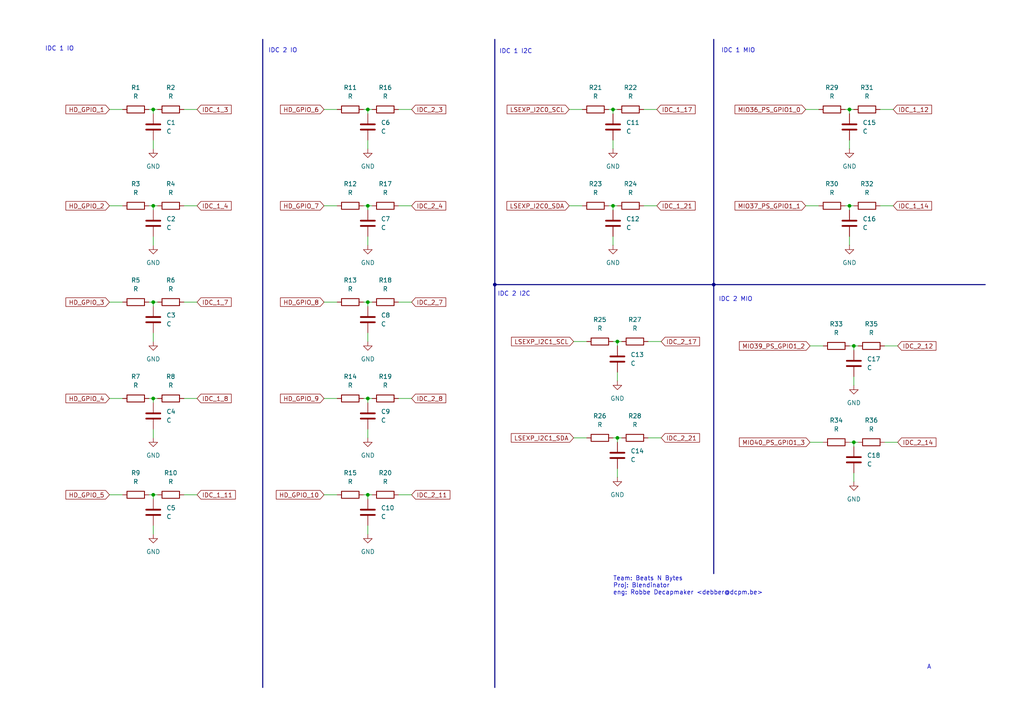
<source format=kicad_sch>
(kicad_sch (version 20231120) (generator "eeschema") (generator_version "8.0")
  (paper "A4")
  (lib_symbols
    (symbol "Device:C" (pin_numbers hide) (pin_names (offset 0.254))
      (property "Reference" "C" (at 0.635 2.54 0))
      (property "Value" "C" (at 0.635 -2.54 0))
      (symbol "C_0_1"
        (polyline (pts (xy -2.032 -0.762) (xy 2.032 -0.762)) (stroke (width 0.508)))
        (polyline (pts (xy -2.032 0.762) (xy 2.032 0.762)) (stroke (width 0.508)))
      )
      (symbol "C_1_1"
        (pin passive line (at 0 3.81 270) (length 2.794) (name "~") (number "1"))
        (pin passive line (at 0 -3.81 90) (length 2.794) (name "~") (number "2"))
      )
    )
    (symbol "Device:R" (pin_numbers hide) (pin_names (offset 0))
      (property "Reference" "R" (at 2.032 0 90))
      (property "Value" "R" (at 0 0 90))
      (symbol "R_0_1"
        (rectangle (start -1.016 -2.54) (end 1.016 2.54) (stroke (width 0.254)))
      )
      (symbol "R_1_1"
        (pin passive line (at 0 3.81 270) (length 1.27) (name "~") (number "1"))
        (pin passive line (at 0 -3.81 90) (length 1.27) (name "~") (number "2"))
      )
    )
    (symbol "power:GND" (power) (pin_numbers hide) (pin_names (offset 0) hide)
      (property "Value" "GND" (at 0 -3.81 0))
      (symbol "GND_0_1"
        (polyline (pts (xy 0 0) (xy 0 -1.27) (xy 1.27 -1.27) (xy 0 -2.54) (xy -1.27 -1.27) (xy 0 -1.27)))
      )
      (symbol "GND_1_1"
        (pin power_in line (at 0 0 270) (length 0) (name "~") (number "1"))
      )
    )
  )
  (junction (at 246.38 31.75))
  (junction (at 179.07 127))
  (junction (at 247.65 128.27))
  (junction (at 177.8 59.69))
  (junction (at 106.68 115.57))
  (junction (at 106.68 87.63))
  (junction (at 44.45 115.57))
  (junction (at 246.38 59.69))
  (junction (at 106.68 59.69))
  (junction (at 44.45 143.51))
  (junction (at 247.65 100.33))
  (junction (at 44.45 87.63))
  (junction (at 106.68 31.75))
  (junction (at 106.68 143.51))
  (junction (at 207.01 82.55))
  (junction (at 143.51 82.55))
  (junction (at 179.07 99.06))
  (junction (at 44.45 59.69))
  (junction (at 177.8 31.75))
  (junction (at 44.45 31.75))
  (wire (pts (xy 255.27 31.75) (xy 259.08 31.75)))
  (wire (pts (xy 43.18 143.51) (xy 44.45 143.51)))
  (wire (pts (xy 179.07 99.06) (xy 180.34 99.06)))
  (wire (pts (xy 179.07 135.89) (xy 179.07 138.43)))
  (wire (pts (xy 106.68 59.69) (xy 107.95 59.69)))
  (wire (pts (xy 93.98 87.63) (xy 97.79 87.63)))
  (wire (pts (xy 246.38 128.27) (xy 247.65 128.27)))
  (wire (pts (xy 177.8 68.58) (xy 177.8 71.12)))
  (wire (pts (xy 31.75 31.75) (xy 35.56 31.75)))
  (bus (pts (xy 143.51 11.43) (xy 143.51 82.55)))
  (wire (pts (xy 177.8 40.64) (xy 177.8 43.18)))
  (wire (pts (xy 31.75 115.57) (xy 35.56 115.57)))
  (wire (pts (xy 233.68 59.69) (xy 237.49 59.69)))
  (wire (pts (xy 105.41 59.69) (xy 106.68 59.69)))
  (wire (pts (xy 53.34 115.57) (xy 57.15 115.57)))
  (wire (pts (xy 234.95 100.33) (xy 238.76 100.33)))
  (wire (pts (xy 177.8 31.75) (xy 179.07 31.75)))
  (wire (pts (xy 105.41 87.63) (xy 106.68 87.63)))
  (wire (pts (xy 106.68 96.52) (xy 106.68 99.06)))
  (wire (pts (xy 44.45 31.75) (xy 44.45 33.02)))
  (wire (pts (xy 106.68 115.57) (xy 107.95 115.57)))
  (wire (pts (xy 166.37 99.06) (xy 170.18 99.06)))
  (wire (pts (xy 106.68 87.63) (xy 107.95 87.63)))
  (wire (pts (xy 234.95 128.27) (xy 238.76 128.27)))
  (wire (pts (xy 93.98 143.51) (xy 97.79 143.51)))
  (wire (pts (xy 246.38 59.69) (xy 247.65 59.69)))
  (wire (pts (xy 43.18 59.69) (xy 44.45 59.69)))
  (wire (pts (xy 247.65 100.33) (xy 248.92 100.33)))
  (wire (pts (xy 247.65 128.27) (xy 248.92 128.27)))
  (wire (pts (xy 105.41 31.75) (xy 106.68 31.75)))
  (wire (pts (xy 179.07 127) (xy 179.07 128.27)))
  (wire (pts (xy 43.18 31.75) (xy 44.45 31.75)))
  (wire (pts (xy 115.57 59.69) (xy 119.38 59.69)))
  (wire (pts (xy 93.98 115.57) (xy 97.79 115.57)))
  (wire (pts (xy 247.65 137.16) (xy 247.65 139.7)))
  (wire (pts (xy 179.07 127) (xy 180.34 127)))
  (wire (pts (xy 31.75 143.51) (xy 35.56 143.51)))
  (wire (pts (xy 233.68 31.75) (xy 237.49 31.75)))
  (wire (pts (xy 53.34 59.69) (xy 57.15 59.69)))
  (bus (pts (xy 143.51 82.55) (xy 207.01 82.55)))
  (wire (pts (xy 256.54 100.33) (xy 260.35 100.33)))
  (wire (pts (xy 44.45 152.4) (xy 44.45 154.94)))
  (wire (pts (xy 115.57 87.63) (xy 119.38 87.63)))
  (wire (pts (xy 177.8 127) (xy 179.07 127)))
  (wire (pts (xy 44.45 115.57) (xy 45.72 115.57)))
  (wire (pts (xy 106.68 115.57) (xy 106.68 116.84)))
  (wire (pts (xy 186.69 59.69) (xy 190.5 59.69)))
  (wire (pts (xy 106.68 124.46) (xy 106.68 127)))
  (wire (pts (xy 176.53 31.75) (xy 177.8 31.75)))
  (wire (pts (xy 44.45 124.46) (xy 44.45 127)))
  (wire (pts (xy 246.38 100.33) (xy 247.65 100.33)))
  (wire (pts (xy 115.57 31.75) (xy 119.38 31.75)))
  (wire (pts (xy 177.8 99.06) (xy 179.07 99.06)))
  (wire (pts (xy 44.45 115.57) (xy 44.45 116.84)))
  (wire (pts (xy 106.68 68.58) (xy 106.68 71.12)))
  (wire (pts (xy 247.65 100.33) (xy 247.65 101.6)))
  (wire (pts (xy 246.38 31.75) (xy 246.38 33.02)))
  (bus (pts (xy 143.51 82.55) (xy 143.51 199.39)))
  (wire (pts (xy 176.53 59.69) (xy 177.8 59.69)))
  (wire (pts (xy 106.68 31.75) (xy 107.95 31.75)))
  (wire (pts (xy 44.45 59.69) (xy 45.72 59.69)))
  (wire (pts (xy 187.96 99.06) (xy 191.77 99.06)))
  (wire (pts (xy 165.1 59.69) (xy 168.91 59.69)))
  (wire (pts (xy 179.07 107.95) (xy 179.07 110.49)))
  (wire (pts (xy 106.68 152.4) (xy 106.68 154.94)))
  (wire (pts (xy 255.27 59.69) (xy 259.08 59.69)))
  (wire (pts (xy 177.8 59.69) (xy 179.07 59.69)))
  (wire (pts (xy 115.57 143.51) (xy 119.38 143.51)))
  (wire (pts (xy 246.38 59.69) (xy 246.38 60.96)))
  (wire (pts (xy 53.34 31.75) (xy 57.15 31.75)))
  (wire (pts (xy 93.98 59.69) (xy 97.79 59.69)))
  (wire (pts (xy 105.41 143.51) (xy 106.68 143.51)))
  (wire (pts (xy 187.96 127) (xy 191.77 127)))
  (wire (pts (xy 256.54 128.27) (xy 260.35 128.27)))
  (wire (pts (xy 246.38 40.64) (xy 246.38 43.18)))
  (wire (pts (xy 106.68 143.51) (xy 107.95 143.51)))
  (wire (pts (xy 44.45 87.63) (xy 45.72 87.63)))
  (wire (pts (xy 106.68 143.51) (xy 106.68 144.78)))
  (wire (pts (xy 247.65 109.22) (xy 247.65 111.76)))
  (wire (pts (xy 44.45 59.69) (xy 44.45 60.96)))
  (wire (pts (xy 106.68 87.63) (xy 106.68 88.9)))
  (wire (pts (xy 105.41 115.57) (xy 106.68 115.57)))
  (wire (pts (xy 165.1 31.75) (xy 168.91 31.75)))
  (wire (pts (xy 44.45 87.63) (xy 44.45 88.9)))
  (wire (pts (xy 44.45 68.58) (xy 44.45 71.12)))
  (wire (pts (xy 43.18 115.57) (xy 44.45 115.57)))
  (wire (pts (xy 246.38 31.75) (xy 247.65 31.75)))
  (wire (pts (xy 106.68 31.75) (xy 106.68 33.02)))
  (wire (pts (xy 177.8 59.69) (xy 177.8 60.96)))
  (wire (pts (xy 186.69 31.75) (xy 190.5 31.75)))
  (wire (pts (xy 247.65 128.27) (xy 247.65 129.54)))
  (wire (pts (xy 44.45 96.52) (xy 44.45 99.06)))
  (wire (pts (xy 106.68 40.64) (xy 106.68 43.18)))
  (bus (pts (xy 207.01 82.55) (xy 285.75 82.55)))
  (wire (pts (xy 31.75 87.63) (xy 35.56 87.63)))
  (wire (pts (xy 93.98 31.75) (xy 97.79 31.75)))
  (wire (pts (xy 246.38 68.58) (xy 246.38 71.12)))
  (wire (pts (xy 177.8 31.75) (xy 177.8 33.02)))
  (wire (pts (xy 44.45 143.51) (xy 45.72 143.51)))
  (wire (pts (xy 179.07 99.06) (xy 179.07 100.33)))
  (wire (pts (xy 44.45 143.51) (xy 44.45 144.78)))
  (wire (pts (xy 53.34 87.63) (xy 57.15 87.63)))
  (wire (pts (xy 44.45 40.64) (xy 44.45 43.18)))
  (wire (pts (xy 106.68 59.69) (xy 106.68 60.96)))
  (wire (pts (xy 53.34 143.51) (xy 57.15 143.51)))
  (wire (pts (xy 245.11 59.69) (xy 246.38 59.69)))
  (wire (pts (xy 115.57 115.57) (xy 119.38 115.57)))
  (wire (pts (xy 166.37 127) (xy 170.18 127)))
  (bus (pts (xy 207.01 11.43) (xy 207.01 82.55)))
  (wire (pts (xy 31.75 59.69) (xy 35.56 59.69)))
  (bus (pts (xy 76.2 11.43) (xy 76.2 199.39)))
  (bus (pts (xy 207.01 82.55) (xy 207.01 166.37)))
  (wire (pts (xy 245.11 31.75) (xy 246.38 31.75)))
  (wire (pts (xy 43.18 87.63) (xy 44.45 87.63)))
  (wire (pts (xy 44.45 31.75) (xy 45.72 31.75)))
  (text "IDC 2 IO" (at 82.042 14.732 0) (effects (font (size 1.27 1.27))))
  (text "IDC 1 IO" (at 17.272 14.224 0) (effects (font (size 1.27 1.27))))
  (text "IDC 1 I2C" (at 149.606 14.986 0) (effects (font (size 1.27 1.27))))
  (text "IDC 2 MIO" (at 213.36 86.868 0) (effects (font (size 1.27 1.27))))
  (text "A" (at 269.494 193.548 0) (effects (font (size 1.27 1.27))))
  (text "IDC 1 MIO" (at 214.122 14.732 0) (effects (font (size 1.27 1.27))))
  (text "Team: Beats N Bytes\nProj: Blendinator\neng: Robbe Decapmaker <debber@dcpm.be>" (at 177.8 169.926 0) (effects (font (size 1.27 1.27)) (justify left)))
  (text "IDC 2 I2C" (at 149.098 85.344 0) (effects (font (size 1.27 1.27))))
  (global_label "IDC_1_21" (shape input) (at 190.5 59.69 0) (property "Intersheetrefs" "${INTERSHEET_REFS}" (effects (hide yes))))
  (global_label "IDC_1_3" (shape input) (at 57.15 31.75 0) (property "Intersheetrefs" "${INTERSHEET_REFS}" (effects (hide yes))))
  (global_label "IDC_2_11" (shape input) (at 119.38 143.51 0) (property "Intersheetrefs" "${INTERSHEET_REFS}" (effects (hide yes))))
  (global_label "IDC_2_17" (shape input) (at 191.77 99.06 0) (property "Intersheetrefs" "${INTERSHEET_REFS}" (effects (hide yes))))
  (global_label "HD_GPIO_2" (shape input) (at 31.75 59.69 180) (property "Intersheetrefs" "${INTERSHEET_REFS}" (effects (hide yes))))
  (global_label "HD_GPIO_5" (shape input) (at 31.75 143.51 180) (property "Intersheetrefs" "${INTERSHEET_REFS}" (effects (hide yes))))
  (global_label "LSEXP_I2C1_SCL" (shape input) (at 166.37 99.06 180) (property "Intersheetrefs" "${INTERSHEET_REFS}" (effects (hide yes))))
  (global_label "IDC_2_12" (shape input) (at 260.35 100.33 0) (property "Intersheetrefs" "${INTERSHEET_REFS}" (effects (hide yes))))
  (global_label "LSEXP_I2C1_SDA" (shape input) (at 166.37 127 180) (property "Intersheetrefs" "${INTERSHEET_REFS}" (effects (hide yes))))
  (global_label "IDC_1_12" (shape input) (at 259.08 31.75 0) (property "Intersheetrefs" "${INTERSHEET_REFS}" (effects (hide yes))))
  (global_label "IDC_1_7" (shape input) (at 57.15 87.63 0) (property "Intersheetrefs" "${INTERSHEET_REFS}" (effects (hide yes))))
  (global_label "MIO37_PS_GPIO1_1" (shape input) (at 233.68 59.69 180) (property "Intersheetrefs" "${INTERSHEET_REFS}" (effects (hide yes))))
  (global_label "MIO40_PS_GPIO1_3" (shape input) (at 234.95 128.27 180) (property "Intersheetrefs" "${INTERSHEET_REFS}" (effects (hide yes))))
  (global_label "HD_GPIO_6" (shape input) (at 93.98 31.75 180) (property "Intersheetrefs" "${INTERSHEET_REFS}" (effects (hide yes))))
  (global_label "IDC_1_4" (shape input) (at 57.15 59.69 0) (property "Intersheetrefs" "${INTERSHEET_REFS}" (effects (hide yes))))
  (global_label "IDC_2_7" (shape input) (at 119.38 87.63 0) (property "Intersheetrefs" "${INTERSHEET_REFS}" (effects (hide yes))))
  (global_label "IDC_1_14" (shape input) (at 259.08 59.69 0) (property "Intersheetrefs" "${INTERSHEET_REFS}" (effects (hide yes))))
  (global_label "IDC_1_17" (shape input) (at 190.5 31.75 0) (property "Intersheetrefs" "${INTERSHEET_REFS}" (effects (hide yes))))
  (global_label "IDC_1_8" (shape input) (at 57.15 115.57 0) (property "Intersheetrefs" "${INTERSHEET_REFS}" (effects (hide yes))))
  (global_label "MIO39_PS_GPIO1_2" (shape input) (at 234.95 100.33 180) (property "Intersheetrefs" "${INTERSHEET_REFS}" (effects (hide yes))))
  (global_label "MIO36_PS_GPIO1_0" (shape input) (at 233.68 31.75 180) (property "Intersheetrefs" "${INTERSHEET_REFS}" (effects (hide yes))))
  (global_label "IDC_2_3" (shape input) (at 119.38 31.75 0) (property "Intersheetrefs" "${INTERSHEET_REFS}" (effects (hide yes))))
  (global_label "LSEXP_I2C0_SDA" (shape input) (at 165.1 59.69 180) (property "Intersheetrefs" "${INTERSHEET_REFS}" (effects (hide yes))))
  (global_label "IDC_2_8" (shape input) (at 119.38 115.57 0) (property "Intersheetrefs" "${INTERSHEET_REFS}" (effects (hide yes))))
  (global_label "IDC_1_11" (shape input) (at 57.15 143.51 0) (property "Intersheetrefs" "${INTERSHEET_REFS}" (effects (hide yes))))
  (global_label "IDC_2_4" (shape input) (at 119.38 59.69 0) (property "Intersheetrefs" "${INTERSHEET_REFS}" (effects (hide yes))))
  (global_label "HD_GPIO_8" (shape input) (at 93.98 87.63 180) (property "Intersheetrefs" "${INTERSHEET_REFS}" (effects (hide yes))))
  (global_label "IDC_2_14" (shape input) (at 260.35 128.27 0) (property "Intersheetrefs" "${INTERSHEET_REFS}" (effects (hide yes))))
  (global_label "HD_GPIO_9" (shape input) (at 93.98 115.57 180) (property "Intersheetrefs" "${INTERSHEET_REFS}" (effects (hide yes))))
  (global_label "HD_GPIO_7" (shape input) (at 93.98 59.69 180) (property "Intersheetrefs" "${INTERSHEET_REFS}" (effects (hide yes))))
  (global_label "HD_GPIO_1" (shape input) (at 31.75 31.75 180) (property "Intersheetrefs" "${INTERSHEET_REFS}" (effects (hide yes))))
  (global_label "HD_GPIO_3" (shape input) (at 31.75 87.63 180) (property "Intersheetrefs" "${INTERSHEET_REFS}" (effects (hide yes))))
  (global_label "IDC_2_21" (shape input) (at 191.77 127 0) (property "Intersheetrefs" "${INTERSHEET_REFS}" (effects (hide yes))))
  (global_label "HD_GPIO_10" (shape input) (at 93.98 143.51 180) (property "Intersheetrefs" "${INTERSHEET_REFS}" (effects (hide yes))))
  (global_label "HD_GPIO_4" (shape input) (at 31.75 115.57 180) (property "Intersheetrefs" "${INTERSHEET_REFS}" (effects (hide yes))))
  (global_label "LSEXP_I2C0_SCL" (shape input) (at 165.1 31.75 180) (property "Intersheetrefs" "${INTERSHEET_REFS}" (effects (hide yes))))
  (symbol (lib_id "Device:R") (at 172.72 31.75 90) (unit 1)
    (property "Reference" "R21" (at 172.72 25.4 90))
    (property "Value" "R" (at 172.72 27.94 90))
    (property "Footprint" "Resistor_SMD:R_0805_2012Metric_Pad1.20x1.40mm_HandSolder" (effects (hide yes)))
    (property "Description" "Resistor" (effects (hide yes)))
  )
  (symbol (lib_id "Device:R") (at 39.37 59.69 90) (unit 1)
    (property "Reference" "R3" (at 39.37 53.34 90))
    (property "Value" "R" (at 39.37 55.88 90))
    (property "Footprint" "Resistor_SMD:R_0805_2012Metric_Pad1.20x1.40mm_HandSolder" (effects (hide yes)))
    (property "Description" "Resistor" (effects (hide yes)))
  )
  (symbol (lib_id "Device:R") (at 182.88 31.75 90) (unit 1)
    (property "Reference" "R22" (at 182.88 25.4 90))
    (property "Value" "R" (at 182.88 27.94 90))
    (property "Footprint" "Resistor_SMD:R_0805_2012Metric_Pad1.20x1.40mm_HandSolder" (effects (hide yes)))
    (property "Description" "Resistor" (effects (hide yes)))
  )
  (symbol (lib_id "Device:C") (at 44.45 148.59 0) (unit 1)
    (property "Reference" "C5" (at 48.26 147.3199 0) (effects (justify left)))
    (property "Value" "C" (at 48.26 149.8599 0) (effects (justify left)))
    (property "Footprint" "Capacitor_SMD:C_0805_2012Metric_Pad1.18x1.45mm_HandSolder" (effects (hide yes)))
    (property "Description" "Unpolarized capacitor" (effects (hide yes)))
  )
  (symbol (lib_id "Device:C") (at 106.68 148.59 0) (unit 1)
    (property "Reference" "C10" (at 110.49 147.3199 0) (effects (justify left)))
    (property "Value" "C" (at 110.49 149.8599 0) (effects (justify left)))
    (property "Footprint" "Capacitor_SMD:C_0805_2012Metric_Pad1.18x1.45mm_HandSolder" (effects (hide yes)))
    (property "Description" "Unpolarized capacitor" (effects (hide yes)))
  )
  (symbol (lib_id "Device:R") (at 111.76 87.63 90) (unit 1)
    (property "Reference" "R18" (at 111.76 81.28 90))
    (property "Value" "R" (at 111.76 83.82 90))
    (property "Footprint" "Resistor_SMD:R_0805_2012Metric_Pad1.20x1.40mm_HandSolder" (effects (hide yes)))
    (property "Description" "Resistor" (effects (hide yes)))
  )
  (symbol (lib_id "Device:R") (at 251.46 59.69 90) (unit 1)
    (property "Reference" "R32" (at 251.46 53.34 90))
    (property "Value" "R" (at 251.46 55.88 90))
    (property "Footprint" "Resistor_SMD:R_0805_2012Metric_Pad1.20x1.40mm_HandSolder" (effects (hide yes)))
    (property "Description" "Resistor" (effects (hide yes)))
  )
  (symbol (lib_id "Device:R") (at 173.99 127 90) (unit 1)
    (property "Reference" "R26" (at 173.99 120.65 90))
    (property "Value" "R" (at 173.99 123.19 90))
    (property "Footprint" "Resistor_SMD:R_0805_2012Metric_Pad1.20x1.40mm_HandSolder" (effects (hide yes)))
    (property "Description" "Resistor" (effects (hide yes)))
  )
  (symbol (lib_id "Device:C") (at 44.45 120.65 0) (unit 1)
    (property "Reference" "C4" (at 48.26 119.3799 0) (effects (justify left)))
    (property "Value" "C" (at 48.26 121.9199 0) (effects (justify left)))
    (property "Footprint" "Capacitor_SMD:C_0805_2012Metric_Pad1.18x1.45mm_HandSolder" (effects (hide yes)))
    (property "Description" "Unpolarized capacitor" (effects (hide yes)))
  )
  (symbol (lib_id "Device:C") (at 106.68 36.83 0) (unit 1)
    (property "Reference" "C6" (at 110.49 35.5599 0) (effects (justify left)))
    (property "Value" "C" (at 110.49 38.0999 0) (effects (justify left)))
    (property "Footprint" "Capacitor_SMD:C_0805_2012Metric_Pad1.18x1.45mm_HandSolder" (effects (hide yes)))
    (property "Description" "Unpolarized capacitor" (effects (hide yes)))
  )
  (symbol (lib_id "power:GND") (at 44.45 43.18 0) (unit 1)
    (property "Reference" "#PWR06" (effects (hide yes)))
    (property "Value" "GND" (at 44.45 48.26 0))
    (property "Description" "Power symbol creates a global label with name \"GND\" , ground" (effects (hide yes)))
  )
  (symbol (lib_id "Device:R") (at 241.3 31.75 90) (unit 1)
    (property "Reference" "R29" (at 241.3 25.4 90))
    (property "Value" "R" (at 241.3 27.94 90))
    (property "Footprint" "Resistor_SMD:R_0805_2012Metric_Pad1.20x1.40mm_HandSolder" (effects (hide yes)))
    (property "Description" "Resistor" (effects (hide yes)))
  )
  (symbol (lib_id "Device:C") (at 106.68 120.65 0) (unit 1)
    (property "Reference" "C9" (at 110.49 119.3799 0) (effects (justify left)))
    (property "Value" "C" (at 110.49 121.9199 0) (effects (justify left)))
    (property "Footprint" "Capacitor_SMD:C_0805_2012Metric_Pad1.18x1.45mm_HandSolder" (effects (hide yes)))
    (property "Description" "Unpolarized capacitor" (effects (hide yes)))
  )
  (symbol (lib_id "Device:C") (at 44.45 64.77 0) (unit 1)
    (property "Reference" "C2" (at 48.26 63.4999 0) (effects (justify left)))
    (property "Value" "C" (at 48.26 66.0399 0) (effects (justify left)))
    (property "Footprint" "Capacitor_SMD:C_0805_2012Metric_Pad1.18x1.45mm_HandSolder" (effects (hide yes)))
    (property "Description" "Unpolarized capacitor" (effects (hide yes)))
  )
  (symbol (lib_id "power:GND") (at 177.8 43.18 0) (unit 1)
    (property "Reference" "#PWR038" (effects (hide yes)))
    (property "Value" "GND" (at 177.8 48.26 0))
    (property "Description" "Power symbol creates a global label with name \"GND\" , ground" (effects (hide yes)))
  )
  (symbol (lib_id "power:GND") (at 106.68 154.94 0) (unit 1)
    (property "Reference" "#PWR021" (effects (hide yes)))
    (property "Value" "GND" (at 106.68 160.02 0))
    (property "Description" "Power symbol creates a global label with name \"GND\" , ground" (effects (hide yes)))
  )
  (symbol (lib_id "Device:C") (at 177.8 64.77 0) (unit 1)
    (property "Reference" "C12" (at 181.61 63.4999 0) (effects (justify left)))
    (property "Value" "C" (at 181.61 66.0399 0) (effects (justify left)))
    (property "Footprint" "Capacitor_SMD:C_0805_2012Metric_Pad1.18x1.45mm_HandSolder" (effects (hide yes)))
    (property "Description" "Unpolarized capacitor" (effects (hide yes)))
  )
  (symbol (lib_id "power:GND") (at 177.8 71.12 0) (unit 1)
    (property "Reference" "#PWR039" (effects (hide yes)))
    (property "Value" "GND" (at 177.8 76.2 0))
    (property "Description" "Power symbol creates a global label with name \"GND\" , ground" (effects (hide yes)))
  )
  (symbol (lib_id "Device:C") (at 106.68 64.77 0) (unit 1)
    (property "Reference" "C7" (at 110.49 63.4999 0) (effects (justify left)))
    (property "Value" "C" (at 110.49 66.0399 0) (effects (justify left)))
    (property "Footprint" "Capacitor_SMD:C_0805_2012Metric_Pad1.18x1.45mm_HandSolder" (effects (hide yes)))
    (property "Description" "Unpolarized capacitor" (effects (hide yes)))
  )
  (symbol (lib_id "Device:R") (at 251.46 31.75 90) (unit 1)
    (property "Reference" "R31" (at 251.46 25.4 90))
    (property "Value" "R" (at 251.46 27.94 90))
    (property "Footprint" "Resistor_SMD:R_0805_2012Metric_Pad1.20x1.40mm_HandSolder" (effects (hide yes)))
    (property "Description" "Resistor" (effects (hide yes)))
  )
  (symbol (lib_id "Device:C") (at 44.45 36.83 0) (unit 1)
    (property "Reference" "C1" (at 48.26 35.5599 0) (effects (justify left)))
    (property "Value" "C" (at 48.26 38.0999 0) (effects (justify left)))
    (property "Footprint" "Capacitor_SMD:C_0805_2012Metric_Pad1.18x1.45mm_HandSolder" (effects (hide yes)))
    (property "Description" "Unpolarized capacitor" (effects (hide yes)))
  )
  (symbol (lib_id "Device:R") (at 101.6 115.57 90) (unit 1)
    (property "Reference" "R14" (at 101.6 109.22 90))
    (property "Value" "R" (at 101.6 111.76 90))
    (property "Footprint" "Resistor_SMD:R_0805_2012Metric_Pad1.20x1.40mm_HandSolder" (effects (hide yes)))
    (property "Description" "Resistor" (effects (hide yes)))
  )
  (symbol (lib_id "power:GND") (at 179.07 138.43 0) (unit 1)
    (property "Reference" "#PWR041" (effects (hide yes)))
    (property "Value" "GND" (at 179.07 143.51 0))
    (property "Description" "Power symbol creates a global label with name \"GND\" , ground" (effects (hide yes)))
  )
  (symbol (lib_id "Device:R") (at 184.15 127 90) (unit 1)
    (property "Reference" "R28" (at 184.15 120.65 90))
    (property "Value" "R" (at 184.15 123.19 90))
    (property "Footprint" "Resistor_SMD:R_0805_2012Metric_Pad1.20x1.40mm_HandSolder" (effects (hide yes)))
    (property "Description" "Resistor" (effects (hide yes)))
  )
  (symbol (lib_id "Device:C") (at 247.65 133.35 0) (unit 1)
    (property "Reference" "C18" (at 251.46 132.0799 0) (effects (justify left)))
    (property "Value" "C" (at 251.46 134.6199 0) (effects (justify left)))
    (property "Footprint" "Capacitor_SMD:C_0805_2012Metric_Pad1.18x1.45mm_HandSolder" (effects (hide yes)))
    (property "Description" "Unpolarized capacitor" (effects (hide yes)))
  )
  (symbol (lib_id "power:GND") (at 179.07 110.49 0) (unit 1)
    (property "Reference" "#PWR040" (effects (hide yes)))
    (property "Value" "GND" (at 179.07 115.57 0))
    (property "Description" "Power symbol creates a global label with name \"GND\" , ground" (effects (hide yes)))
  )
  (symbol (lib_id "Device:R") (at 39.37 87.63 90) (unit 1)
    (property "Reference" "R5" (at 39.37 81.28 90))
    (property "Value" "R" (at 39.37 83.82 90))
    (property "Footprint" "Resistor_SMD:R_0805_2012Metric_Pad1.20x1.40mm_HandSolder" (effects (hide yes)))
    (property "Description" "Resistor" (effects (hide yes)))
  )
  (symbol (lib_id "power:GND") (at 246.38 43.18 0) (unit 1)
    (property "Reference" "#PWR042" (effects (hide yes)))
    (property "Value" "GND" (at 246.38 48.26 0))
    (property "Description" "Power symbol creates a global label with name \"GND\" , ground" (effects (hide yes)))
  )
  (symbol (lib_id "Device:C") (at 246.38 36.83 0) (unit 1)
    (property "Reference" "C15" (at 250.19 35.5599 0) (effects (justify left)))
    (property "Value" "C" (at 250.19 38.0999 0) (effects (justify left)))
    (property "Footprint" "Capacitor_SMD:C_0805_2012Metric_Pad1.18x1.45mm_HandSolder" (effects (hide yes)))
    (property "Description" "Unpolarized capacitor" (effects (hide yes)))
  )
  (symbol (lib_id "Device:R") (at 252.73 100.33 90) (unit 1)
    (property "Reference" "R35" (at 252.73 93.98 90))
    (property "Value" "R" (at 252.73 96.52 90))
    (property "Footprint" "Resistor_SMD:R_0805_2012Metric_Pad1.20x1.40mm_HandSolder" (effects (hide yes)))
    (property "Description" "Resistor" (effects (hide yes)))
  )
  (symbol (lib_id "Device:R") (at 111.76 115.57 90) (unit 1)
    (property "Reference" "R19" (at 111.76 109.22 90))
    (property "Value" "R" (at 111.76 111.76 90))
    (property "Footprint" "Resistor_SMD:R_0805_2012Metric_Pad1.20x1.40mm_HandSolder" (effects (hide yes)))
    (property "Description" "Resistor" (effects (hide yes)))
  )
  (symbol (lib_id "Device:R") (at 49.53 31.75 90) (unit 1)
    (property "Reference" "R2" (at 49.53 25.4 90))
    (property "Value" "R" (at 49.53 27.94 90))
    (property "Footprint" "Resistor_SMD:R_0805_2012Metric_Pad1.20x1.40mm_HandSolder" (effects (hide yes)))
    (property "Description" "Resistor" (effects (hide yes)))
  )
  (symbol (lib_id "power:GND") (at 106.68 71.12 0) (unit 1)
    (property "Reference" "#PWR018" (effects (hide yes)))
    (property "Value" "GND" (at 106.68 76.2 0))
    (property "Description" "Power symbol creates a global label with name \"GND\" , ground" (effects (hide yes)))
  )
  (symbol (lib_id "power:GND") (at 246.38 71.12 0) (unit 1)
    (property "Reference" "#PWR043" (effects (hide yes)))
    (property "Value" "GND" (at 246.38 76.2 0))
    (property "Description" "Power symbol creates a global label with name \"GND\" , ground" (effects (hide yes)))
  )
  (symbol (lib_id "Device:C") (at 106.68 92.71 0) (unit 1)
    (property "Reference" "C8" (at 110.49 91.4399 0) (effects (justify left)))
    (property "Value" "C" (at 110.49 93.9799 0) (effects (justify left)))
    (property "Footprint" "Capacitor_SMD:C_0805_2012Metric_Pad1.18x1.45mm_HandSolder" (effects (hide yes)))
    (property "Description" "Unpolarized capacitor" (effects (hide yes)))
  )
  (symbol (lib_id "Device:C") (at 179.07 104.14 0) (unit 1)
    (property "Reference" "C13" (at 182.88 102.8699 0) (effects (justify left)))
    (property "Value" "C" (at 182.88 105.4099 0) (effects (justify left)))
    (property "Footprint" "Capacitor_SMD:C_0805_2012Metric_Pad1.18x1.45mm_HandSolder" (effects (hide yes)))
    (property "Description" "Unpolarized capacitor" (effects (hide yes)))
  )
  (symbol (lib_id "Device:R") (at 172.72 59.69 90) (unit 1)
    (property "Reference" "R23" (at 172.72 53.34 90))
    (property "Value" "R" (at 172.72 55.88 90))
    (property "Footprint" "Resistor_SMD:R_0805_2012Metric_Pad1.20x1.40mm_HandSolder" (effects (hide yes)))
    (property "Description" "Resistor" (effects (hide yes)))
  )
  (symbol (lib_id "power:GND") (at 44.45 71.12 0) (unit 1)
    (property "Reference" "#PWR013" (effects (hide yes)))
    (property "Value" "GND" (at 44.45 76.2 0))
    (property "Description" "Power symbol creates a global label with name \"GND\" , ground" (effects (hide yes)))
  )
  (symbol (lib_id "power:GND") (at 247.65 111.76 0) (unit 1)
    (property "Reference" "#PWR044" (effects (hide yes)))
    (property "Value" "GND" (at 247.65 116.84 0))
    (property "Description" "Power symbol creates a global label with name \"GND\" , ground" (effects (hide yes)))
  )
  (symbol (lib_id "Device:C") (at 247.65 105.41 0) (unit 1)
    (property "Reference" "C17" (at 251.46 104.1399 0) (effects (justify left)))
    (property "Value" "C" (at 251.46 106.6799 0) (effects (justify left)))
    (property "Footprint" "Capacitor_SMD:C_0805_2012Metric_Pad1.18x1.45mm_HandSolder" (effects (hide yes)))
    (property "Description" "Unpolarized capacitor" (effects (hide yes)))
  )
  (symbol (lib_id "power:GND") (at 44.45 154.94 0) (unit 1)
    (property "Reference" "#PWR016" (effects (hide yes)))
    (property "Value" "GND" (at 44.45 160.02 0))
    (property "Description" "Power symbol creates a global label with name \"GND\" , ground" (effects (hide yes)))
  )
  (symbol (lib_id "Device:R") (at 101.6 31.75 90) (unit 1)
    (property "Reference" "R11" (at 101.6 25.4 90))
    (property "Value" "R" (at 101.6 27.94 90))
    (property "Footprint" "Resistor_SMD:R_0805_2012Metric_Pad1.20x1.40mm_HandSolder" (effects (hide yes)))
    (property "Description" "Resistor" (effects (hide yes)))
  )
  (symbol (lib_id "Device:R") (at 242.57 128.27 90) (unit 1)
    (property "Reference" "R34" (at 242.57 121.92 90))
    (property "Value" "R" (at 242.57 124.46 90))
    (property "Footprint" "Resistor_SMD:R_0805_2012Metric_Pad1.20x1.40mm_HandSolder" (effects (hide yes)))
    (property "Description" "Resistor" (effects (hide yes)))
  )
  (symbol (lib_id "Device:R") (at 39.37 115.57 90) (unit 1)
    (property "Reference" "R7" (at 39.37 109.22 90))
    (property "Value" "R" (at 39.37 111.76 90))
    (property "Footprint" "Resistor_SMD:R_0805_2012Metric_Pad1.20x1.40mm_HandSolder" (effects (hide yes)))
    (property "Description" "Resistor" (effects (hide yes)))
  )
  (symbol (lib_id "Device:R") (at 101.6 143.51 90) (unit 1)
    (property "Reference" "R15" (at 101.6 137.16 90))
    (property "Value" "R" (at 101.6 139.7 90))
    (property "Footprint" "Resistor_SMD:R_0805_2012Metric_Pad1.20x1.40mm_HandSolder" (effects (hide yes)))
    (property "Description" "Resistor" (effects (hide yes)))
  )
  (symbol (lib_id "Device:C") (at 179.07 132.08 0) (unit 1)
    (property "Reference" "C14" (at 182.88 130.8099 0) (effects (justify left)))
    (property "Value" "C" (at 182.88 133.3499 0) (effects (justify left)))
    (property "Footprint" "Capacitor_SMD:C_0805_2012Metric_Pad1.18x1.45mm_HandSolder" (effects (hide yes)))
    (property "Description" "Unpolarized capacitor" (effects (hide yes)))
  )
  (symbol (lib_id "Device:R") (at 252.73 128.27 90) (unit 1)
    (property "Reference" "R36" (at 252.73 121.92 90))
    (property "Value" "R" (at 252.73 124.46 90))
    (property "Footprint" "Resistor_SMD:R_0805_2012Metric_Pad1.20x1.40mm_HandSolder" (effects (hide yes)))
    (property "Description" "Resistor" (effects (hide yes)))
  )
  (symbol (lib_id "power:GND") (at 247.65 139.7 0) (unit 1)
    (property "Reference" "#PWR045" (effects (hide yes)))
    (property "Value" "GND" (at 247.65 144.78 0))
    (property "Description" "Power symbol creates a global label with name \"GND\" , ground" (effects (hide yes)))
  )
  (symbol (lib_id "power:GND") (at 44.45 99.06 0) (unit 1)
    (property "Reference" "#PWR014" (effects (hide yes)))
    (property "Value" "GND" (at 44.45 104.14 0))
    (property "Description" "Power symbol creates a global label with name \"GND\" , ground" (effects (hide yes)))
  )
  (symbol (lib_id "Device:R") (at 49.53 143.51 90) (unit 1)
    (property "Reference" "R10" (at 49.53 137.16 90))
    (property "Value" "R" (at 49.53 139.7 90))
    (property "Footprint" "Resistor_SMD:R_0805_2012Metric_Pad1.20x1.40mm_HandSolder" (effects (hide yes)))
    (property "Description" "Resistor" (effects (hide yes)))
  )
  (symbol (lib_id "Device:R") (at 111.76 143.51 90) (unit 1)
    (property "Reference" "R20" (at 111.76 137.16 90))
    (property "Value" "R" (at 111.76 139.7 90))
    (property "Footprint" "Resistor_SMD:R_0805_2012Metric_Pad1.20x1.40mm_HandSolder" (effects (hide yes)))
    (property "Description" "Resistor" (effects (hide yes)))
  )
  (symbol (lib_id "power:GND") (at 106.68 99.06 0) (unit 1)
    (property "Reference" "#PWR019" (effects (hide yes)))
    (property "Value" "GND" (at 106.68 104.14 0))
    (property "Description" "Power symbol creates a global label with name \"GND\" , ground" (effects (hide yes)))
  )
  (symbol (lib_id "Device:R") (at 101.6 59.69 90) (unit 1)
    (property "Reference" "R12" (at 101.6 53.34 90))
    (property "Value" "R" (at 101.6 55.88 90))
    (property "Footprint" "Resistor_SMD:R_0805_2012Metric_Pad1.20x1.40mm_HandSolder" (effects (hide yes)))
    (property "Description" "Resistor" (effects (hide yes)))
  )
  (symbol (lib_id "power:GND") (at 44.45 127 0) (unit 1)
    (property "Reference" "#PWR015" (effects (hide yes)))
    (property "Value" "GND" (at 44.45 132.08 0))
    (property "Description" "Power symbol creates a global label with name \"GND\" , ground" (effects (hide yes)))
  )
  (symbol (lib_id "Device:R") (at 241.3 59.69 90) (unit 1)
    (property "Reference" "R30" (at 241.3 53.34 90))
    (property "Value" "R" (at 241.3 55.88 90))
    (property "Footprint" "Resistor_SMD:R_0805_2012Metric_Pad1.20x1.40mm_HandSolder" (effects (hide yes)))
    (property "Description" "Resistor" (effects (hide yes)))
  )
  (symbol (lib_id "Device:C") (at 44.45 92.71 0) (unit 1)
    (property "Reference" "C3" (at 48.26 91.4399 0) (effects (justify left)))
    (property "Value" "C" (at 48.26 93.9799 0) (effects (justify left)))
    (property "Footprint" "Capacitor_SMD:C_0805_2012Metric_Pad1.18x1.45mm_HandSolder" (effects (hide yes)))
    (property "Description" "Unpolarized capacitor" (effects (hide yes)))
  )
  (symbol (lib_id "Device:R") (at 182.88 59.69 90) (unit 1)
    (property "Reference" "R24" (at 182.88 53.34 90))
    (property "Value" "R" (at 182.88 55.88 90))
    (property "Footprint" "Resistor_SMD:R_0805_2012Metric_Pad1.20x1.40mm_HandSolder" (effects (hide yes)))
    (property "Description" "Resistor" (effects (hide yes)))
  )
  (symbol (lib_id "Device:R") (at 49.53 59.69 90) (unit 1)
    (property "Reference" "R4" (at 49.53 53.34 90))
    (property "Value" "R" (at 49.53 55.88 90))
    (property "Footprint" "Resistor_SMD:R_0805_2012Metric_Pad1.20x1.40mm_HandSolder" (effects (hide yes)))
    (property "Description" "Resistor" (effects (hide yes)))
  )
  (symbol (lib_id "Device:R") (at 101.6 87.63 90) (unit 1)
    (property "Reference" "R13" (at 101.6 81.28 90))
    (property "Value" "R" (at 101.6 83.82 90))
    (property "Footprint" "Resistor_SMD:R_0805_2012Metric_Pad1.20x1.40mm_HandSolder" (effects (hide yes)))
    (property "Description" "Resistor" (effects (hide yes)))
  )
  (symbol (lib_id "Device:R") (at 39.37 143.51 90) (unit 1)
    (property "Reference" "R9" (at 39.37 137.16 90))
    (property "Value" "R" (at 39.37 139.7 90))
    (property "Footprint" "Resistor_SMD:R_0805_2012Metric_Pad1.20x1.40mm_HandSolder" (effects (hide yes)))
    (property "Description" "Resistor" (effects (hide yes)))
  )
  (symbol (lib_id "Device:C") (at 246.38 64.77 0) (unit 1)
    (property "Reference" "C16" (at 250.19 63.4999 0) (effects (justify left)))
    (property "Value" "C" (at 250.19 66.0399 0) (effects (justify left)))
    (property "Footprint" "Capacitor_SMD:C_0805_2012Metric_Pad1.18x1.45mm_HandSolder" (effects (hide yes)))
    (property "Description" "Unpolarized capacitor" (effects (hide yes)))
  )
  (symbol (lib_id "Device:R") (at 111.76 59.69 90) (unit 1)
    (property "Reference" "R17" (at 111.76 53.34 90))
    (property "Value" "R" (at 111.76 55.88 90))
    (property "Footprint" "Resistor_SMD:R_0805_2012Metric_Pad1.20x1.40mm_HandSolder" (effects (hide yes)))
    (property "Description" "Resistor" (effects (hide yes)))
  )
  (symbol (lib_id "Device:R") (at 242.57 100.33 90) (unit 1)
    (property "Reference" "R33" (at 242.57 93.98 90))
    (property "Value" "R" (at 242.57 96.52 90))
    (property "Footprint" "Resistor_SMD:R_0805_2012Metric_Pad1.20x1.40mm_HandSolder" (effects (hide yes)))
    (property "Description" "Resistor" (effects (hide yes)))
  )
  (symbol (lib_id "Device:R") (at 111.76 31.75 90) (unit 1)
    (property "Reference" "R16" (at 111.76 25.4 90))
    (property "Value" "R" (at 111.76 27.94 90))
    (property "Footprint" "Resistor_SMD:R_0805_2012Metric_Pad1.20x1.40mm_HandSolder" (effects (hide yes)))
    (property "Description" "Resistor" (effects (hide yes)))
  )
  (symbol (lib_id "power:GND") (at 106.68 127 0) (unit 1)
    (property "Reference" "#PWR020" (effects (hide yes)))
    (property "Value" "GND" (at 106.68 132.08 0))
    (property "Description" "Power symbol creates a global label with name \"GND\" , ground" (effects (hide yes)))
  )
  (symbol (lib_id "power:GND") (at 106.68 43.18 0) (unit 1)
    (property "Reference" "#PWR017" (effects (hide yes)))
    (property "Value" "GND" (at 106.68 48.26 0))
    (property "Description" "Power symbol creates a global label with name \"GND\" , ground" (effects (hide yes)))
  )
  (symbol (lib_id "Device:R") (at 184.15 99.06 90) (unit 1)
    (property "Reference" "R27" (at 184.15 92.71 90))
    (property "Value" "R" (at 184.15 95.25 90))
    (property "Footprint" "Resistor_SMD:R_0805_2012Metric_Pad1.20x1.40mm_HandSolder" (effects (hide yes)))
    (property "Description" "Resistor" (effects (hide yes)))
  )
  (symbol (lib_id "Device:C") (at 177.8 36.83 0) (unit 1)
    (property "Reference" "C11" (at 181.61 35.5599 0) (effects (justify left)))
    (property "Value" "C" (at 181.61 38.0999 0) (effects (justify left)))
    (property "Footprint" "Capacitor_SMD:C_0805_2012Metric_Pad1.18x1.45mm_HandSolder" (effects (hide yes)))
    (property "Description" "Unpolarized capacitor" (effects (hide yes)))
  )
  (symbol (lib_id "Device:R") (at 173.99 99.06 90) (unit 1)
    (property "Reference" "R25" (at 173.99 92.71 90))
    (property "Value" "R" (at 173.99 95.25 90))
    (property "Footprint" "Resistor_SMD:R_0805_2012Metric_Pad1.20x1.40mm_HandSolder" (effects (hide yes)))
    (property "Description" "Resistor" (effects (hide yes)))
  )
  (symbol (lib_id "Device:R") (at 39.37 31.75 90) (unit 1)
    (property "Reference" "R1" (at 39.37 25.4 90))
    (property "Value" "R" (at 39.37 27.94 90))
    (property "Footprint" "Resistor_SMD:R_0805_2012Metric_Pad1.20x1.40mm_HandSolder" (effects (hide yes)))
    (property "Description" "Resistor" (effects (hide yes)))
  )
  (symbol (lib_id "Device:R") (at 49.53 87.63 90) (unit 1)
    (property "Reference" "R6" (at 49.53 81.28 90))
    (property "Value" "R" (at 49.53 83.82 90))
    (property "Footprint" "Resistor_SMD:R_0805_2012Metric_Pad1.20x1.40mm_HandSolder" (effects (hide yes)))
    (property "Description" "Resistor" (effects (hide yes)))
  )
  (symbol (lib_id "Device:R") (at 49.53 115.57 90) (unit 1)
    (property "Reference" "R8" (at 49.53 109.22 90))
    (property "Value" "R" (at 49.53 111.76 90))
    (property "Footprint" "Resistor_SMD:R_0805_2012Metric_Pad1.20x1.40mm_HandSolder" (effects (hide yes)))
    (property "Description" "Resistor" (effects (hide yes)))
  )
)
</source>
